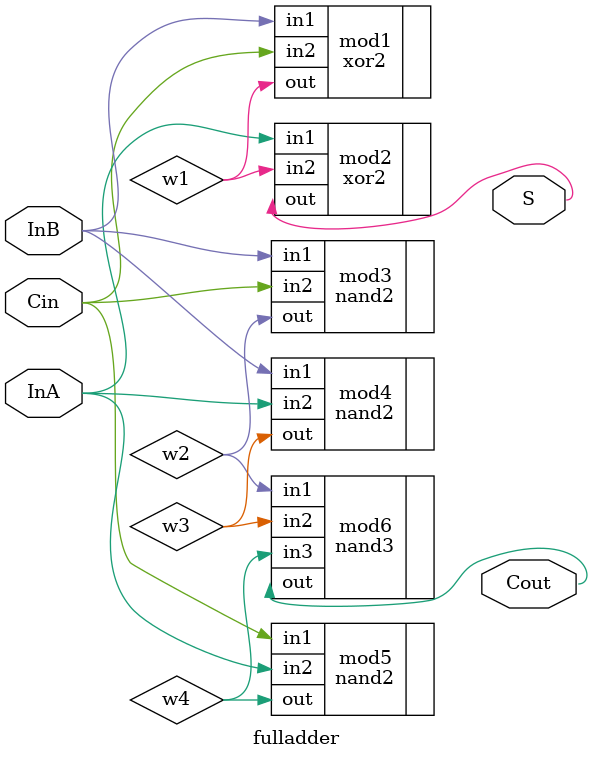
<source format=v>
module fulladder(S, Cout, InA, InB, Cin);
    input InA, InB, Cin;
    output S, Cout;
    wire w1, w2, w3, w4;

    xor2 mod1(.in1(InB), .in2(Cin), .out(w1));
    xor2 mod2(.in1(InA), .in2(w1), .out(S));
    nand2 mod3(.in1(InB), .in2(Cin), .out(w2));
    nand2 mod4(.in1(InB), .in2(InA), .out(w3));
    nand2 mod5(.in1(Cin), .in2(InA), .out(w4));
    nand3 mod6(.in1(w2), .in2(w3), .in3(w4), .out(Cout));

endmodule

</source>
